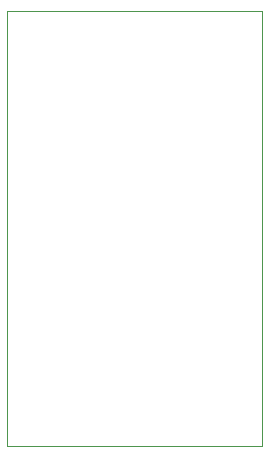
<source format=gbr>
%TF.GenerationSoftware,KiCad,Pcbnew,8.0.3*%
%TF.CreationDate,2024-06-13T03:25:15-07:00*%
%TF.ProjectId,rom adapter,726f6d20-6164-4617-9074-65722e6b6963,rev?*%
%TF.SameCoordinates,Original*%
%TF.FileFunction,Profile,NP*%
%FSLAX46Y46*%
G04 Gerber Fmt 4.6, Leading zero omitted, Abs format (unit mm)*
G04 Created by KiCad (PCBNEW 8.0.3) date 2024-06-13 03:25:15*
%MOMM*%
%LPD*%
G01*
G04 APERTURE LIST*
%TA.AperFunction,Profile*%
%ADD10C,0.050000*%
%TD*%
G04 APERTURE END LIST*
D10*
X122555000Y-71755000D02*
X144145000Y-71755000D01*
X144145000Y-108585000D01*
X122555000Y-108585000D01*
X122555000Y-71755000D01*
M02*

</source>
